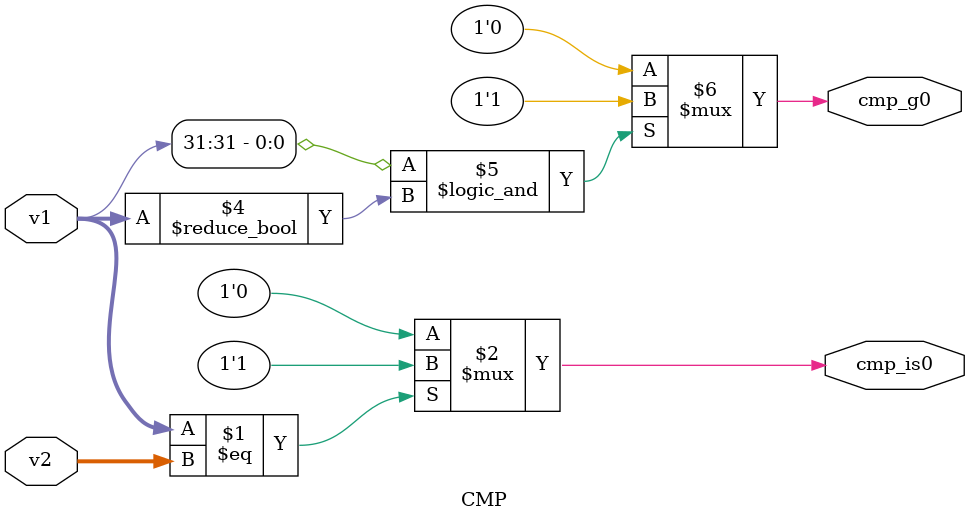
<source format=v>
`timescale 1ns / 1ps
`default_nettype none
`include "define_file.v"
module CMP(
    input wire [31:0] v1,
    input wire [31:0] v2,
    output wire cmp_is0,
    output wire cmp_g0
    );

    assign cmp_is0= ( v1==v2 ) ? 1'b1 : 1'b0;
    assign cmp_g0 = ( v1[31]==1'b1 && v1!=32'd0 ) ? 1'b1 : 1'b0;  //v1µÄÊ×Î»Îª0ÇÒv1²»Îª0Ôòv1ÎªÕýÊý£¬

endmodule

</source>
